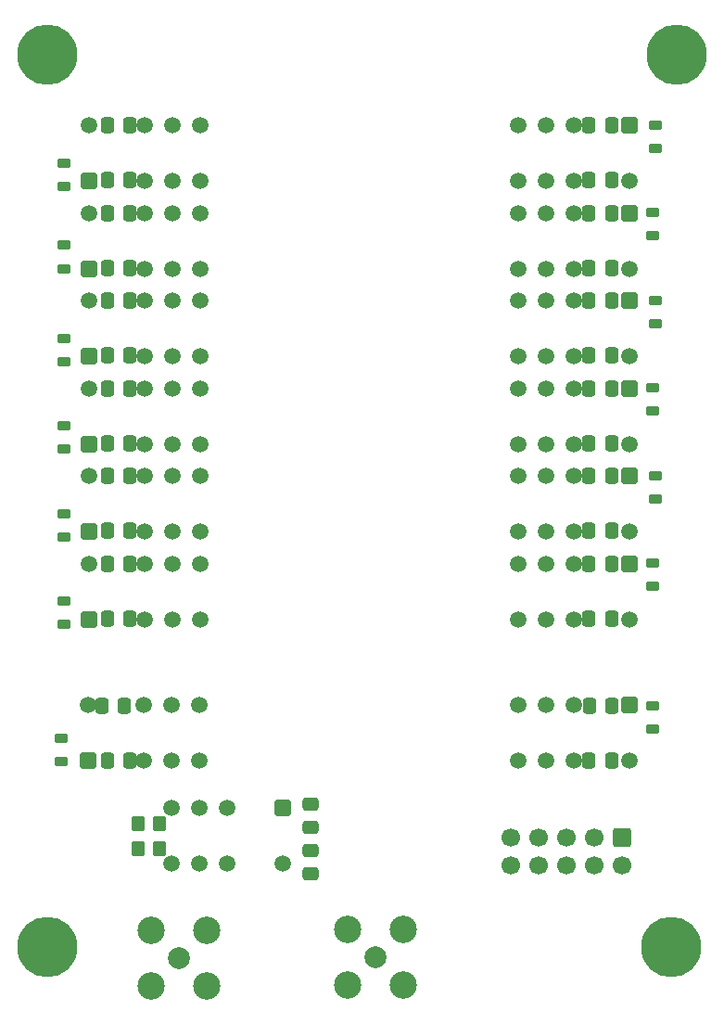
<source format=gbs>
G04 #@! TF.GenerationSoftware,KiCad,Pcbnew,7.0.1*
G04 #@! TF.CreationDate,2023-04-17T14:19:34+02:00*
G04 #@! TF.ProjectId,Dual_BPF,4475616c-5f42-4504-962e-6b696361645f,rev?*
G04 #@! TF.SameCoordinates,Original*
G04 #@! TF.FileFunction,Soldermask,Bot*
G04 #@! TF.FilePolarity,Negative*
%FSLAX46Y46*%
G04 Gerber Fmt 4.6, Leading zero omitted, Abs format (unit mm)*
G04 Created by KiCad (PCBNEW 7.0.1) date 2023-04-17 14:19:34*
%MOMM*%
%LPD*%
G01*
G04 APERTURE LIST*
G04 Aperture macros list*
%AMRoundRect*
0 Rectangle with rounded corners*
0 $1 Rounding radius*
0 $2 $3 $4 $5 $6 $7 $8 $9 X,Y pos of 4 corners*
0 Add a 4 corners polygon primitive as box body*
4,1,4,$2,$3,$4,$5,$6,$7,$8,$9,$2,$3,0*
0 Add four circle primitives for the rounded corners*
1,1,$1+$1,$2,$3*
1,1,$1+$1,$4,$5*
1,1,$1+$1,$6,$7*
1,1,$1+$1,$8,$9*
0 Add four rect primitives between the rounded corners*
20,1,$1+$1,$2,$3,$4,$5,0*
20,1,$1+$1,$4,$5,$6,$7,0*
20,1,$1+$1,$6,$7,$8,$9,0*
20,1,$1+$1,$8,$9,$2,$3,0*%
G04 Aperture macros list end*
%ADD10RoundRect,0.250500X-0.499500X0.499500X-0.499500X-0.499500X0.499500X-0.499500X0.499500X0.499500X0*%
%ADD11C,1.500000*%
%ADD12C,1.998980*%
%ADD13C,2.499360*%
%ADD14RoundRect,0.250500X0.499500X-0.499500X0.499500X0.499500X-0.499500X0.499500X-0.499500X-0.499500X0*%
%ADD15C,5.500000*%
%ADD16RoundRect,0.250000X-0.600000X0.600000X-0.600000X-0.600000X0.600000X-0.600000X0.600000X0.600000X0*%
%ADD17C,1.700000*%
%ADD18RoundRect,0.250000X-0.337500X-0.475000X0.337500X-0.475000X0.337500X0.475000X-0.337500X0.475000X0*%
%ADD19RoundRect,0.250000X0.337500X0.475000X-0.337500X0.475000X-0.337500X-0.475000X0.337500X-0.475000X0*%
%ADD20RoundRect,0.218750X0.381250X-0.218750X0.381250X0.218750X-0.381250X0.218750X-0.381250X-0.218750X0*%
%ADD21RoundRect,0.218750X-0.381250X0.218750X-0.381250X-0.218750X0.381250X-0.218750X0.381250X0.218750X0*%
%ADD22RoundRect,0.250000X0.475000X-0.337500X0.475000X0.337500X-0.475000X0.337500X-0.475000X-0.337500X0*%
%ADD23RoundRect,0.250000X-0.350000X-0.450000X0.350000X-0.450000X0.350000X0.450000X-0.350000X0.450000X0*%
%ADD24RoundRect,0.250000X0.350000X0.450000X-0.350000X0.450000X-0.350000X-0.450000X0.350000X-0.450000X0*%
G04 APERTURE END LIST*
D10*
X95660000Y-78000000D03*
D11*
X90580000Y-78000000D03*
X88040000Y-78000000D03*
X85500000Y-78000000D03*
X85500000Y-83080000D03*
X88040000Y-83080000D03*
X90580000Y-83080000D03*
X95660000Y-83080000D03*
D10*
X95660000Y-90920000D03*
D11*
X90580000Y-90920000D03*
X88040000Y-90920000D03*
X85500000Y-90920000D03*
X85500000Y-96000000D03*
X88040000Y-96000000D03*
X90580000Y-96000000D03*
X95660000Y-96000000D03*
D10*
X95660000Y-62000000D03*
D11*
X90580000Y-62000000D03*
X88040000Y-62000000D03*
X85500000Y-62000000D03*
X85500000Y-67080000D03*
X88040000Y-67080000D03*
X90580000Y-67080000D03*
X95660000Y-67080000D03*
D12*
X54500000Y-114000000D03*
D13*
X51960000Y-111460000D03*
X51960000Y-116540000D03*
X57040000Y-111460000D03*
X57040000Y-116540000D03*
D14*
X46340000Y-59080000D03*
D11*
X51420000Y-59080000D03*
X53960000Y-59080000D03*
X56500000Y-59080000D03*
X56500000Y-54000000D03*
X53960000Y-54000000D03*
X51420000Y-54000000D03*
X46340000Y-54000000D03*
D10*
X64000000Y-100250000D03*
D11*
X58920000Y-100250000D03*
X56380000Y-100250000D03*
X53840000Y-100250000D03*
X53840000Y-105330000D03*
X56380000Y-105330000D03*
X58920000Y-105330000D03*
X64000000Y-105330000D03*
D10*
X95660000Y-38000000D03*
D11*
X90580000Y-38000000D03*
X88040000Y-38000000D03*
X85500000Y-38000000D03*
X85500000Y-43080000D03*
X88040000Y-43080000D03*
X90580000Y-43080000D03*
X95660000Y-43080000D03*
D15*
X99500000Y-113000000D03*
X100000000Y-31500000D03*
D14*
X46340000Y-83080000D03*
D11*
X51420000Y-83080000D03*
X53960000Y-83080000D03*
X56500000Y-83080000D03*
X56500000Y-78000000D03*
X53960000Y-78000000D03*
X51420000Y-78000000D03*
X46340000Y-78000000D03*
D15*
X42500000Y-31500000D03*
X42500000Y-113000000D03*
D16*
X95000000Y-103000000D03*
D17*
X95000000Y-105540000D03*
X92460000Y-103000000D03*
X92460000Y-105540000D03*
X89920000Y-103000000D03*
X89920000Y-105540000D03*
X87380000Y-103000000D03*
X87380000Y-105540000D03*
X84840000Y-103000000D03*
X84840000Y-105540000D03*
D12*
X72460000Y-113960000D03*
D13*
X69920000Y-111420000D03*
X69920000Y-116500000D03*
X75000000Y-111420000D03*
X75000000Y-116500000D03*
D10*
X95660000Y-70000000D03*
D11*
X90580000Y-70000000D03*
X88040000Y-70000000D03*
X85500000Y-70000000D03*
X85500000Y-75080000D03*
X88040000Y-75080000D03*
X90580000Y-75080000D03*
X95660000Y-75080000D03*
D14*
X46340000Y-67080000D03*
D11*
X51420000Y-67080000D03*
X53960000Y-67080000D03*
X56500000Y-67080000D03*
X56500000Y-62000000D03*
X53960000Y-62000000D03*
X51420000Y-62000000D03*
X46340000Y-62000000D03*
D10*
X95660000Y-54000000D03*
D11*
X90580000Y-54000000D03*
X88040000Y-54000000D03*
X85500000Y-54000000D03*
X85500000Y-59080000D03*
X88040000Y-59080000D03*
X90580000Y-59080000D03*
X95660000Y-59080000D03*
D14*
X46340000Y-43080000D03*
D11*
X51420000Y-43080000D03*
X53960000Y-43080000D03*
X56500000Y-43080000D03*
X56500000Y-38000000D03*
X53960000Y-38000000D03*
X51420000Y-38000000D03*
X46340000Y-38000000D03*
D14*
X46340000Y-51080000D03*
D11*
X51420000Y-51080000D03*
X53960000Y-51080000D03*
X56500000Y-51080000D03*
X56500000Y-46000000D03*
X53960000Y-46000000D03*
X51420000Y-46000000D03*
X46340000Y-46000000D03*
D10*
X95660000Y-46000000D03*
D11*
X90580000Y-46000000D03*
X88040000Y-46000000D03*
X85500000Y-46000000D03*
X85500000Y-51080000D03*
X88040000Y-51080000D03*
X90580000Y-51080000D03*
X95660000Y-51080000D03*
D14*
X46340000Y-75080000D03*
D11*
X51420000Y-75080000D03*
X53960000Y-75080000D03*
X56500000Y-75080000D03*
X56500000Y-70000000D03*
X53960000Y-70000000D03*
X51420000Y-70000000D03*
X46340000Y-70000000D03*
D14*
X46222500Y-95967500D03*
D11*
X51302500Y-95967500D03*
X53842500Y-95967500D03*
X56382500Y-95967500D03*
X56382500Y-90887500D03*
X53842500Y-90887500D03*
X51302500Y-90887500D03*
X46222500Y-90887500D03*
D18*
X47462500Y-91000000D03*
X49537500Y-91000000D03*
X47962500Y-70000000D03*
X50037500Y-70000000D03*
D19*
X94037500Y-38000000D03*
X91962500Y-38000000D03*
X94037500Y-51000000D03*
X91962500Y-51000000D03*
D20*
X97750000Y-48062500D03*
X97750000Y-45937500D03*
X97750000Y-64062500D03*
X97750000Y-61937500D03*
D18*
X47962500Y-83000000D03*
X50037500Y-83000000D03*
D21*
X44000000Y-57437500D03*
X44000000Y-59562500D03*
D19*
X94037500Y-75000000D03*
X91962500Y-75000000D03*
D18*
X47962500Y-78000000D03*
X50037500Y-78000000D03*
D21*
X43750000Y-93937500D03*
X43750000Y-96062500D03*
D19*
X94037500Y-62000000D03*
X91962500Y-62000000D03*
D21*
X44000000Y-73437500D03*
X44000000Y-75562500D03*
D18*
X47962500Y-51000000D03*
X50037500Y-51000000D03*
D21*
X44000000Y-65437500D03*
X44000000Y-67562500D03*
D18*
X47962500Y-62000000D03*
X50037500Y-62000000D03*
D20*
X44000000Y-43562500D03*
X44000000Y-41437500D03*
D18*
X47962500Y-46000000D03*
X50037500Y-46000000D03*
D19*
X94037500Y-59000000D03*
X91962500Y-59000000D03*
D20*
X98000000Y-56062500D03*
X98000000Y-53937500D03*
X98000000Y-40062500D03*
X98000000Y-37937500D03*
D19*
X94037500Y-67000000D03*
X91962500Y-67000000D03*
D20*
X97750000Y-93062500D03*
X97750000Y-90937500D03*
D19*
X94037500Y-54000000D03*
X91962500Y-54000000D03*
D22*
X66500000Y-102037500D03*
X66500000Y-99962500D03*
D18*
X47962500Y-96000000D03*
X50037500Y-96000000D03*
D22*
X66500000Y-106287500D03*
X66500000Y-104212500D03*
D18*
X47962500Y-59000000D03*
X50037500Y-59000000D03*
X47962500Y-54000000D03*
X50037500Y-54000000D03*
D19*
X94037500Y-83000000D03*
X91962500Y-83000000D03*
D18*
X47962500Y-38000000D03*
X50037500Y-38000000D03*
D21*
X44000000Y-48937500D03*
X44000000Y-51062500D03*
D18*
X47962500Y-75000000D03*
X50037500Y-75000000D03*
D19*
X94037500Y-43000000D03*
X91962500Y-43000000D03*
D18*
X47962500Y-67000000D03*
X50037500Y-67000000D03*
D19*
X94037500Y-78000000D03*
X91962500Y-78000000D03*
D23*
X50750000Y-104000000D03*
X52750000Y-104000000D03*
D20*
X98000000Y-72062500D03*
X98000000Y-69937500D03*
D19*
X94037500Y-96000000D03*
X91962500Y-96000000D03*
D21*
X44000000Y-81437500D03*
X44000000Y-83562500D03*
D19*
X94037500Y-46000000D03*
X91962500Y-46000000D03*
X94075000Y-91000000D03*
X92000000Y-91000000D03*
D18*
X47962500Y-43000000D03*
X50037500Y-43000000D03*
D19*
X94037500Y-70000000D03*
X91962500Y-70000000D03*
D24*
X52750000Y-101750000D03*
X50750000Y-101750000D03*
D20*
X97750000Y-80062500D03*
X97750000Y-77937500D03*
M02*

</source>
